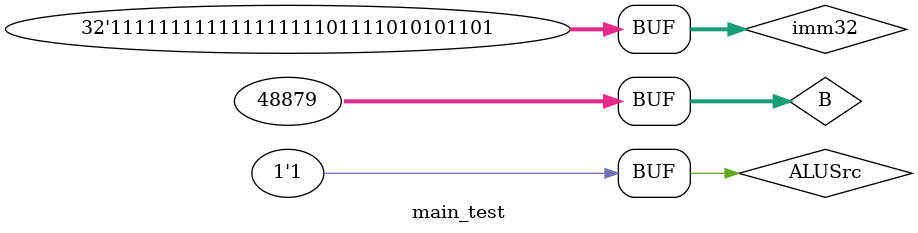
<source format=v>
`timescale 1ns / 1ps

module main_test;

   // Inputs
   
   reg [31:0] B, imm32;
   reg ALUSrc;
   
   // Outputs
   wire [31:0] toAdder;
   
   // Instantiate the Unit Under Test (UUT)
    MuxALUSrc uut(B,
                  imm32,
                  ALUSrc,
                  toAdder);
              
   initial begin
   /// Initialize Inputs
    #10;
    B = 32'h0000BEEF;
    imm32 = 32'hFFFFDEAD;
    ALUSrc = 0;
    #10;
    ALUSrc = 1;
    #10;        
   end


   initial begin
      $dumpfile("./vvp.out.vcd");
      $dumpvars;
   end

endmodule

</source>
